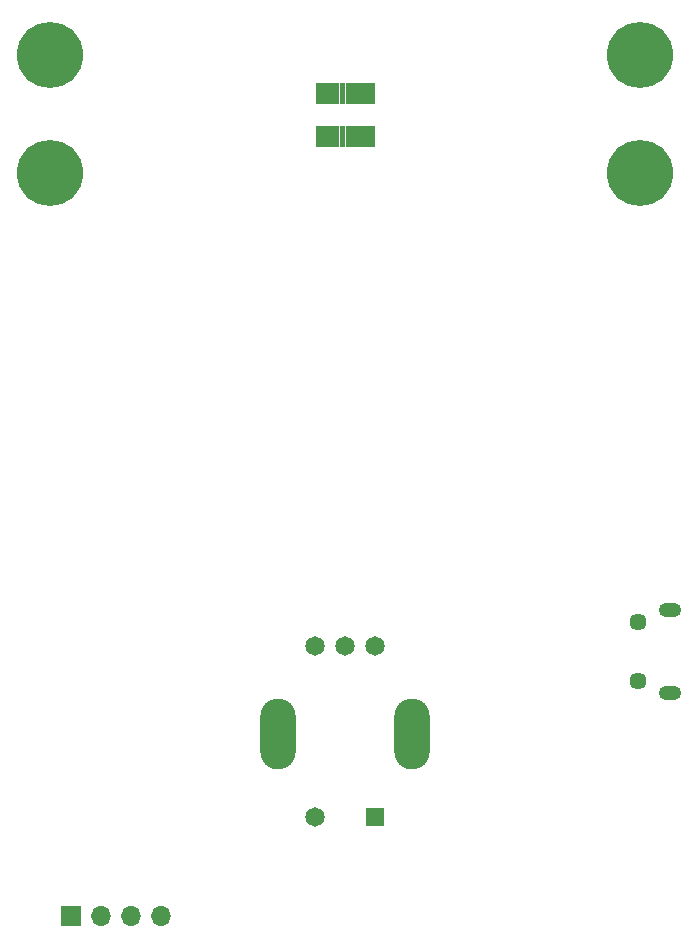
<source format=gbs>
G04 #@! TF.GenerationSoftware,KiCad,Pcbnew,(6.0.11-0)*
G04 #@! TF.CreationDate,2025-05-12T21:09:53-06:00*
G04 #@! TF.ProjectId,DigitalPCB,44696769-7461-46c5-9043-422e6b696361,rev?*
G04 #@! TF.SameCoordinates,Original*
G04 #@! TF.FileFunction,Soldermask,Bot*
G04 #@! TF.FilePolarity,Negative*
%FSLAX46Y46*%
G04 Gerber Fmt 4.6, Leading zero omitted, Abs format (unit mm)*
G04 Created by KiCad (PCBNEW (6.0.11-0)) date 2025-05-12 21:09:53*
%MOMM*%
%LPD*%
G01*
G04 APERTURE LIST*
%ADD10C,0.010000*%
%ADD11C,5.600000*%
%ADD12O,1.900000X1.200000*%
%ADD13C,1.450000*%
%ADD14R,1.650000X1.650000*%
%ADD15C,1.650000*%
%ADD16O,3.000000X6.000000*%
%ADD17R,1.700000X1.700000*%
%ADD18O,1.700000X1.700000*%
G04 APERTURE END LIST*
G36*
X79950000Y-62650000D02*
G01*
X79550000Y-62650000D01*
X79550000Y-60950000D01*
X79950000Y-60950000D01*
X79950000Y-62650000D01*
G37*
D10*
X79950000Y-62650000D02*
X79550000Y-62650000D01*
X79550000Y-60950000D01*
X79950000Y-60950000D01*
X79950000Y-62650000D01*
G36*
X82450000Y-62650000D02*
G01*
X82050000Y-62650000D01*
X82050000Y-60950000D01*
X82450000Y-60950000D01*
X82450000Y-62650000D01*
G37*
X82450000Y-62650000D02*
X82050000Y-62650000D01*
X82050000Y-60950000D01*
X82450000Y-60950000D01*
X82450000Y-62650000D01*
G36*
X78950000Y-59050000D02*
G01*
X78550000Y-59050000D01*
X78550000Y-57350000D01*
X78950000Y-57350000D01*
X78950000Y-59050000D01*
G37*
X78950000Y-59050000D02*
X78550000Y-59050000D01*
X78550000Y-57350000D01*
X78950000Y-57350000D01*
X78950000Y-59050000D01*
G36*
X78950000Y-62650000D02*
G01*
X78550000Y-62650000D01*
X78550000Y-60950000D01*
X78950000Y-60950000D01*
X78950000Y-62650000D01*
G37*
X78950000Y-62650000D02*
X78550000Y-62650000D01*
X78550000Y-60950000D01*
X78950000Y-60950000D01*
X78950000Y-62650000D01*
G36*
X82450000Y-59050000D02*
G01*
X82050000Y-59050000D01*
X82050000Y-57350000D01*
X82450000Y-57350000D01*
X82450000Y-59050000D01*
G37*
X82450000Y-59050000D02*
X82050000Y-59050000D01*
X82050000Y-57350000D01*
X82450000Y-57350000D01*
X82450000Y-59050000D01*
G36*
X79950000Y-59050000D02*
G01*
X79550000Y-59050000D01*
X79550000Y-57350000D01*
X79950000Y-57350000D01*
X79950000Y-59050000D01*
G37*
X79950000Y-59050000D02*
X79550000Y-59050000D01*
X79550000Y-57350000D01*
X79950000Y-57350000D01*
X79950000Y-59050000D01*
G36*
X80950000Y-62650000D02*
G01*
X80550000Y-62650000D01*
X80550000Y-60950000D01*
X80950000Y-60950000D01*
X80950000Y-62650000D01*
G37*
X80950000Y-62650000D02*
X80550000Y-62650000D01*
X80550000Y-60950000D01*
X80950000Y-60950000D01*
X80950000Y-62650000D01*
G36*
X77950000Y-59050000D02*
G01*
X77550000Y-59050000D01*
X77550000Y-57350000D01*
X77950000Y-57350000D01*
X77950000Y-59050000D01*
G37*
X77950000Y-59050000D02*
X77550000Y-59050000D01*
X77550000Y-57350000D01*
X77950000Y-57350000D01*
X77950000Y-59050000D01*
G36*
X81950000Y-59050000D02*
G01*
X81550000Y-59050000D01*
X81550000Y-57350000D01*
X81950000Y-57350000D01*
X81950000Y-59050000D01*
G37*
X81950000Y-59050000D02*
X81550000Y-59050000D01*
X81550000Y-57350000D01*
X81950000Y-57350000D01*
X81950000Y-59050000D01*
G36*
X78450000Y-59050000D02*
G01*
X78050000Y-59050000D01*
X78050000Y-57350000D01*
X78450000Y-57350000D01*
X78450000Y-59050000D01*
G37*
X78450000Y-59050000D02*
X78050000Y-59050000D01*
X78050000Y-57350000D01*
X78450000Y-57350000D01*
X78450000Y-59050000D01*
G36*
X80950000Y-59050000D02*
G01*
X80550000Y-59050000D01*
X80550000Y-57350000D01*
X80950000Y-57350000D01*
X80950000Y-59050000D01*
G37*
X80950000Y-59050000D02*
X80550000Y-59050000D01*
X80550000Y-57350000D01*
X80950000Y-57350000D01*
X80950000Y-59050000D01*
G36*
X78450000Y-62650000D02*
G01*
X78050000Y-62650000D01*
X78050000Y-60950000D01*
X78450000Y-60950000D01*
X78450000Y-62650000D01*
G37*
X78450000Y-62650000D02*
X78050000Y-62650000D01*
X78050000Y-60950000D01*
X78450000Y-60950000D01*
X78450000Y-62650000D01*
G36*
X80450000Y-59050000D02*
G01*
X80050000Y-59050000D01*
X80050000Y-57350000D01*
X80450000Y-57350000D01*
X80450000Y-59050000D01*
G37*
X80450000Y-59050000D02*
X80050000Y-59050000D01*
X80050000Y-57350000D01*
X80450000Y-57350000D01*
X80450000Y-59050000D01*
G36*
X77950000Y-62650000D02*
G01*
X77550000Y-62650000D01*
X77550000Y-60950000D01*
X77950000Y-60950000D01*
X77950000Y-62650000D01*
G37*
X77950000Y-62650000D02*
X77550000Y-62650000D01*
X77550000Y-60950000D01*
X77950000Y-60950000D01*
X77950000Y-62650000D01*
G36*
X81950000Y-62650000D02*
G01*
X81550000Y-62650000D01*
X81550000Y-60950000D01*
X81950000Y-60950000D01*
X81950000Y-62650000D01*
G37*
X81950000Y-62650000D02*
X81550000Y-62650000D01*
X81550000Y-60950000D01*
X81950000Y-60950000D01*
X81950000Y-62650000D01*
G36*
X79450000Y-59050000D02*
G01*
X79050000Y-59050000D01*
X79050000Y-57350000D01*
X79450000Y-57350000D01*
X79450000Y-59050000D01*
G37*
X79450000Y-59050000D02*
X79050000Y-59050000D01*
X79050000Y-57350000D01*
X79450000Y-57350000D01*
X79450000Y-59050000D01*
G36*
X81450000Y-59050000D02*
G01*
X81050000Y-59050000D01*
X81050000Y-57350000D01*
X81450000Y-57350000D01*
X81450000Y-59050000D01*
G37*
X81450000Y-59050000D02*
X81050000Y-59050000D01*
X81050000Y-57350000D01*
X81450000Y-57350000D01*
X81450000Y-59050000D01*
G36*
X80450000Y-62650000D02*
G01*
X80050000Y-62650000D01*
X80050000Y-60950000D01*
X80450000Y-60950000D01*
X80450000Y-62650000D01*
G37*
X80450000Y-62650000D02*
X80050000Y-62650000D01*
X80050000Y-60950000D01*
X80450000Y-60950000D01*
X80450000Y-62650000D01*
G36*
X81450000Y-62650000D02*
G01*
X81050000Y-62650000D01*
X81050000Y-60950000D01*
X81450000Y-60950000D01*
X81450000Y-62650000D01*
G37*
X81450000Y-62650000D02*
X81050000Y-62650000D01*
X81050000Y-60950000D01*
X81450000Y-60950000D01*
X81450000Y-62650000D01*
G36*
X79450000Y-62650000D02*
G01*
X79050000Y-62650000D01*
X79050000Y-60950000D01*
X79450000Y-60950000D01*
X79450000Y-62650000D01*
G37*
X79450000Y-62650000D02*
X79050000Y-62650000D01*
X79050000Y-60950000D01*
X79450000Y-60950000D01*
X79450000Y-62650000D01*
D11*
X55000000Y-65000000D03*
D12*
X107537500Y-102000000D03*
X107537500Y-109000000D03*
D13*
X104837500Y-103000000D03*
X104837500Y-108000000D03*
D14*
X82500000Y-119500000D03*
D15*
X77500000Y-119500000D03*
X82500000Y-105000000D03*
X77500000Y-105000000D03*
X80000000Y-105000000D03*
D16*
X85700000Y-112500000D03*
X74300000Y-112500000D03*
D11*
X105000000Y-55000000D03*
D17*
X56780000Y-127900000D03*
D18*
X59320000Y-127900000D03*
X61860000Y-127900000D03*
X64400000Y-127900000D03*
D11*
X105000000Y-65000000D03*
X55000000Y-55000000D03*
M02*

</source>
